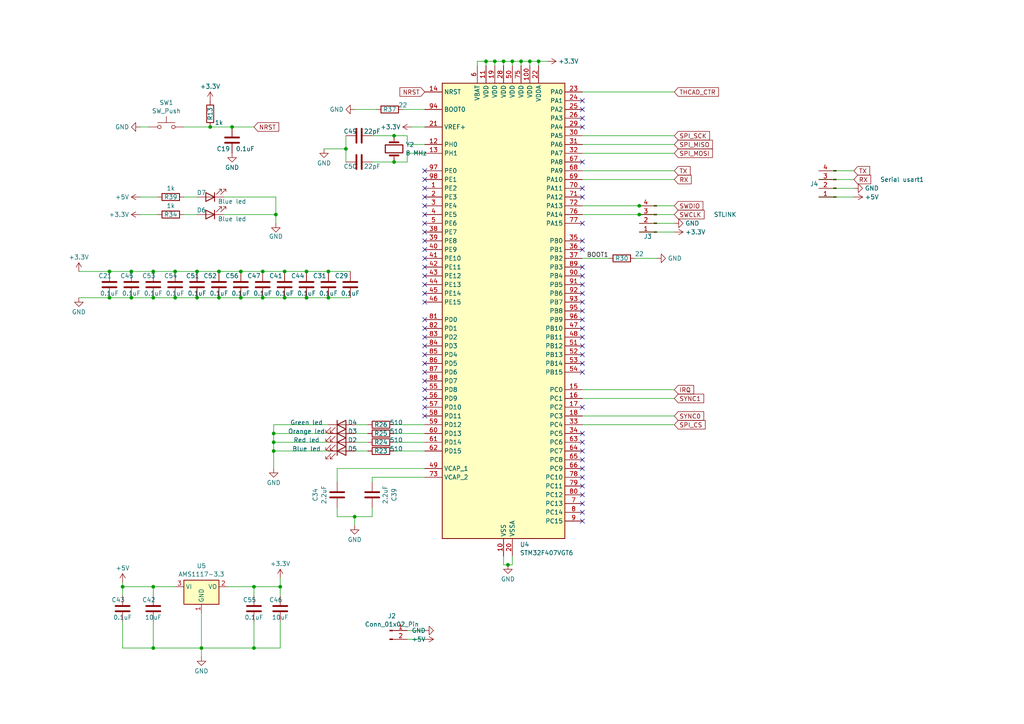
<source format=kicad_sch>
(kicad_sch (version 20231120) (generator "eeschema") (generator_version "8.0")
  (paper "A4")
  (title_block (title "THCAD reader"))
  (lib_symbols
    (symbol "Connector:Conn_01x02_Pin" (pin_names (offset 1.016) hide)
      (property "Reference" "J" (at 0 2.54 0))
      (property "Value" "Conn_01x02_Pin" (at 0 -5.08 0))
      (symbol "Conn_01x02_Pin_1_1"
        (polyline (pts (xy 1.27 -2.54) (xy 0.8636 -2.54)) (stroke (width 0.1524)))
        (polyline (pts (xy 1.27 0) (xy 0.8636 0)) (stroke (width 0.1524)))
        (rectangle (start 0.8636 -2.413) (end 0 -2.667) (stroke (width 0.1524)) (fill (type outline)))
        (rectangle (start 0.8636 0.127) (end 0 -0.127) (stroke (width 0.1524)) (fill (type outline)))
        (pin passive line (at 5.08 0 180) (length 3.81) (name "Pin_1") (number "1"))
        (pin passive line (at 5.08 -2.54 180) (length 3.81) (name "Pin_2") (number "2"))
      )
    )
    (symbol "Connector:Conn_01x04_Pin" (pin_names (offset 1.016) hide)
      (property "Reference" "J" (at 0 5.08 0))
      (property "Value" "Conn_01x04_Pin" (at 0 -7.62 0))
      (symbol "Conn_01x04_Pin_1_1"
        (polyline (pts (xy 1.27 -5.08) (xy 0.8636 -5.08)) (stroke (width 0.1524)))
        (polyline (pts (xy 1.27 -2.54) (xy 0.8636 -2.54)) (stroke (width 0.1524)))
        (polyline (pts (xy 1.27 0) (xy 0.8636 0)) (stroke (width 0.1524)))
        (polyline (pts (xy 1.27 2.54) (xy 0.8636 2.54)) (stroke (width 0.1524)))
        (rectangle (start 0.8636 -4.953) (end 0 -5.207) (stroke (width 0.1524)) (fill (type outline)))
        (rectangle (start 0.8636 -2.413) (end 0 -2.667) (stroke (width 0.1524)) (fill (type outline)))
        (rectangle (start 0.8636 0.127) (end 0 -0.127) (stroke (width 0.1524)) (fill (type outline)))
        (rectangle (start 0.8636 2.667) (end 0 2.413) (stroke (width 0.1524)) (fill (type outline)))
        (pin passive line (at 5.08 2.54 180) (length 3.81) (name "Pin_1") (number "1"))
        (pin passive line (at 5.08 0 180) (length 3.81) (name "Pin_2") (number "2"))
        (pin passive line (at 5.08 -2.54 180) (length 3.81) (name "Pin_3") (number "3"))
        (pin passive line (at 5.08 -5.08 180) (length 3.81) (name "Pin_4") (number "4"))
      )
    )
    (symbol "Device:C" (pin_numbers hide) (pin_names (offset 0.254))
      (property "Reference" "C" (at 0.635 2.54 0))
      (property "Value" "C" (at 0.635 -2.54 0))
      (symbol "C_0_1"
        (polyline (pts (xy -2.032 -0.762) (xy 2.032 -0.762)) (stroke (width 0.508)))
        (polyline (pts (xy -2.032 0.762) (xy 2.032 0.762)) (stroke (width 0.508)))
      )
      (symbol "C_1_1"
        (pin passive line (at 0 3.81 270) (length 2.794) (name "~") (number "1"))
        (pin passive line (at 0 -3.81 90) (length 2.794) (name "~") (number "2"))
      )
    )
    (symbol "Device:Crystal" (pin_numbers hide) (pin_names (offset 1.016) hide)
      (property "Reference" "Y" (at 0 3.81 0))
      (property "Value" "Crystal" (at 0 -3.81 0))
      (symbol "Crystal_0_1"
        (rectangle (start -1.143 2.54) (end 1.143 -2.54) (stroke (width 0.3048)))
        (polyline (pts (xy -2.54 0) (xy -1.905 0)))
        (polyline (pts (xy -1.905 -1.27) (xy -1.905 1.27)) (stroke (width 0.508)))
        (polyline (pts (xy 1.905 -1.27) (xy 1.905 1.27)) (stroke (width 0.508)))
        (polyline (pts (xy 2.54 0) (xy 1.905 0)))
      )
      (symbol "Crystal_1_1"
        (pin passive line (at -3.81 0 0) (length 1.27) (name "1") (number "1"))
        (pin passive line (at 3.81 0 180) (length 1.27) (name "2") (number "2"))
      )
    )
    (symbol "Device:LED" (pin_numbers hide) (pin_names (offset 1.016) hide)
      (property "Reference" "D" (at 0 2.54 0))
      (property "Value" "LED" (at 0 -2.54 0))
      (symbol "LED_0_1"
        (polyline (pts (xy -1.27 -1.27) (xy -1.27 1.27)) (stroke (width 0.254)))
        (polyline (pts (xy -1.27 0) (xy 1.27 0)))
        (polyline (pts (xy 1.27 -1.27) (xy 1.27 1.27) (xy -1.27 0) (xy 1.27 -1.27)) (stroke (width 0.254)))
        (polyline (pts (xy -3.048 -0.762) (xy -4.572 -2.286) (xy -3.81 -2.286) (xy -4.572 -2.286) (xy -4.572 -1.524)))
        (polyline (pts (xy -1.778 -0.762) (xy -3.302 -2.286) (xy -2.54 -2.286) (xy -3.302 -2.286) (xy -3.302 -1.524)))
      )
      (symbol "LED_1_1"
        (pin passive line (at -3.81 0 0) (length 2.54) (name "K") (number "1"))
        (pin passive line (at 3.81 0 180) (length 2.54) (name "A") (number "2"))
      )
    )
    (symbol "Device:R" (pin_numbers hide) (pin_names (offset 0))
      (property "Reference" "R" (at 2.032 0 90))
      (property "Value" "R" (at 0 0 90))
      (symbol "R_0_1"
        (rectangle (start -1.016 -2.54) (end 1.016 2.54) (stroke (width 0.254)))
      )
      (symbol "R_1_1"
        (pin passive line (at 0 3.81 270) (length 1.27) (name "~") (number "1"))
        (pin passive line (at 0 -3.81 90) (length 1.27) (name "~") (number "2"))
      )
    )
    (symbol "MCU_ST_STM32F4:STM32F407VGTx"
      (property "Reference" "U" (at -17.78 67.31 0))
      (property "Value" "STM32F407VGTx" (at 12.7 67.31 0))
      (symbol "STM32F407VGTx_0_1"
        (rectangle (start -17.78 -66.04) (end 17.78 66.04) (stroke (width 0.254)) (fill (type background)))
      )
      (symbol "STM32F407VGTx_1_1"
        (pin bidirectional line (at -22.86 35.56 0) (length 5.08) (name "PE2") (number "1"))
        (pin power_in line (at 0 -71.12 90) (length 5.08) (name "VSS") (number "10"))
        (pin power_in line (at 7.62 71.12 270) (length 5.08) (name "VDD") (number "100"))
        (pin power_in line (at -5.08 71.12 270) (length 5.08) (name "VDD") (number "11"))
        (pin bidirectional line (at -22.86 48.26 0) (length 5.08) (name "PH0") (number "12"))
        (pin bidirectional line (at -22.86 45.72 0) (length 5.08) (name "PH1") (number "13"))
        (pin input line (at -22.86 63.5 0) (length 5.08) (name "NRST") (number "14"))
        (pin bidirectional line (at 22.86 -22.86 180) (length 5.08) (name "PC0") (number "15"))
        (pin bidirectional line (at 22.86 -25.4 180) (length 5.08) (name "PC1") (number "16"))
        (pin bidirectional line (at 22.86 -27.94 180) (length 5.08) (name "PC2") (number "17"))
        (pin bidirectional line (at 22.86 -30.48 180) (length 5.08) (name "PC3") (number "18"))
        (pin power_in line (at -2.54 71.12 270) (length 5.08) (name "VDD") (number "19"))
        (pin bidirectional line (at -22.86 33.02 0) (length 5.08) (name "PE3") (number "2"))
        (pin power_in line (at 2.54 -71.12 90) (length 5.08) (name "VSSA") (number "20"))
        (pin input line (at -22.86 53.34 0) (length 5.08) (name "VREF+") (number "21"))
        (pin power_in line (at 10.16 71.12 270) (length 5.08) (name "VDDA") (number "22"))
        (pin bidirectional line (at 22.86 63.5 180) (length 5.08) (name "PA0") (number "23"))
        (pin bidirectional line (at 22.86 60.96 180) (length 5.08) (name "PA1") (number "24"))
        (pin bidirectional line (at 22.86 58.42 180) (length 5.08) (name "PA2") (number "25"))
        (pin bidirectional line (at 22.86 55.88 180) (length 5.08) (name "PA3") (number "26"))
        (pin passive line (at 0 -71.12 90) (length 5.08) hide (name "VSS") (number "27"))
        (pin power_in line (at 0 71.12 270) (length 5.08) (name "VDD") (number "28"))
        (pin bidirectional line (at 22.86 53.34 180) (length 5.08) (name "PA4") (number "29"))
        (pin bidirectional line (at -22.86 30.48 0) (length 5.08) (name "PE4") (number "3"))
        (pin bidirectional line (at 22.86 50.8 180) (length 5.08) (name "PA5") (number "30"))
        (pin bidirectional line (at 22.86 48.26 180) (length 5.08) (name "PA6") (number "31"))
        (pin bidirectional line (at 22.86 45.72 180) (length 5.08) (name "PA7") (number "32"))
        (pin bidirectional line (at 22.86 -33.02 180) (length 5.08) (name "PC4") (number "33"))
        (pin bidirectional line (at 22.86 -35.56 180) (length 5.08) (name "PC5") (number "34"))
        (pin bidirectional line (at 22.86 20.32 180) (length 5.08) (name "PB0") (number "35"))
        (pin bidirectional line (at 22.86 17.78 180) (length 5.08) (name "PB1") (number "36"))
        (pin bidirectional line (at 22.86 15.24 180) (length 5.08) (name "PB2") (number "37"))
        (pin bidirectional line (at -22.86 22.86 0) (length 5.08) (name "PE7") (number "38"))
        (pin bidirectional line (at -22.86 20.32 0) (length 5.08) (name "PE8") (number "39"))
        (pin bidirectional line (at -22.86 27.94 0) (length 5.08) (name "PE5") (number "4"))
        (pin bidirectional line (at -22.86 17.78 0) (length 5.08) (name "PE9") (number "40"))
        (pin bidirectional line (at -22.86 15.24 0) (length 5.08) (name "PE10") (number "41"))
        (pin bidirectional line (at -22.86 12.7 0) (length 5.08) (name "PE11") (number "42"))
        (pin bidirectional line (at -22.86 10.16 0) (length 5.08) (name "PE12") (number "43"))
        (pin bidirectional line (at -22.86 7.62 0) (length 5.08) (name "PE13") (number "44"))
        (pin bidirectional line (at -22.86 5.08 0) (length 5.08) (name "PE14") (number "45"))
        (pin bidirectional line (at -22.86 2.54 0) (length 5.08) (name "PE15") (number "46"))
        (pin bidirectional line (at 22.86 -5.08 180) (length 5.08) (name "PB10") (number "47"))
        (pin bidirectional line (at 22.86 -7.62 180) (length 5.08) (name "PB11") (number "48"))
        (pin power_out line (at -22.86 -45.72 0) (length 5.08) (name "VCAP_1") (number "49"))
        (pin bidirectional line (at -22.86 25.4 0) (length 5.08) (name "PE6") (number "5"))
        (pin power_in line (at 2.54 71.12 270) (length 5.08) (name "VDD") (number "50"))
        (pin bidirectional line (at 22.86 -10.16 180) (length 5.08) (name "PB12") (number "51"))
        (pin bidirectional line (at 22.86 -12.7 180) (length 5.08) (name "PB13") (number "52"))
        (pin bidirectional line (at 22.86 -15.24 180) (length 5.08) (name "PB14") (number "53"))
        (pin bidirectional line (at 22.86 -17.78 180) (length 5.08) (name "PB15") (number "54"))
        (pin bidirectional line (at -22.86 -22.86 0) (length 5.08) (name "PD8") (number "55"))
        (pin bidirectional line (at -22.86 -25.4 0) (length 5.08) (name "PD9") (number "56"))
        (pin bidirectional line (at -22.86 -27.94 0) (length 5.08) (name "PD10") (number "57"))
        (pin bidirectional line (at -22.86 -30.48 0) (length 5.08) (name "PD11") (number "58"))
        (pin bidirectional line (at -22.86 -33.02 0) (length 5.08) (name "PD12") (number "59"))
        (pin power_in line (at -7.62 71.12 270) (length 5.08) (name "VBAT") (number "6"))
        (pin bidirectional line (at -22.86 -35.56 0) (length 5.08) (name "PD13") (number "60"))
        (pin bidirectional line (at -22.86 -38.1 0) (length 5.08) (name "PD14") (number "61"))
        (pin bidirectional line (at -22.86 -40.64 0) (length 5.08) (name "PD15") (number "62"))
        (pin bidirectional line (at 22.86 -38.1 180) (length 5.08) (name "PC6") (number "63"))
        (pin bidirectional line (at 22.86 -40.64 180) (length 5.08) (name "PC7") (number "64"))
        (pin bidirectional line (at 22.86 -43.18 180) (length 5.08) (name "PC8") (number "65"))
        (pin bidirectional line (at 22.86 -45.72 180) (length 5.08) (name "PC9") (number "66"))
        (pin bidirectional line (at 22.86 43.18 180) (length 5.08) (name "PA8") (number "67"))
        (pin bidirectional line (at 22.86 40.64 180) (length 5.08) (name "PA9") (number "68"))
        (pin bidirectional line (at 22.86 38.1 180) (length 5.08) (name "PA10") (number "69"))
        (pin bidirectional line (at 22.86 -55.88 180) (length 5.08) (name "PC13") (number "7"))
        (pin bidirectional line (at 22.86 35.56 180) (length 5.08) (name "PA11") (number "70"))
        (pin bidirectional line (at 22.86 33.02 180) (length 5.08) (name "PA12") (number "71"))
        (pin bidirectional line (at 22.86 30.48 180) (length 5.08) (name "PA13") (number "72"))
        (pin power_out line (at -22.86 -48.26 0) (length 5.08) (name "VCAP_2") (number "73"))
        (pin passive line (at 0 -71.12 90) (length 5.08) hide (name "VSS") (number "74"))
        (pin power_in line (at 5.08 71.12 270) (length 5.08) (name "VDD") (number "75"))
        (pin bidirectional line (at 22.86 27.94 180) (length 5.08) (name "PA14") (number "76"))
        (pin bidirectional line (at 22.86 25.4 180) (length 5.08) (name "PA15") (number "77"))
        (pin bidirectional line (at 22.86 -48.26 180) (length 5.08) (name "PC10") (number "78"))
        (pin bidirectional line (at 22.86 -50.8 180) (length 5.08) (name "PC11") (number "79"))
        (pin bidirectional line (at 22.86 -58.42 180) (length 5.08) (name "PC14") (number "8"))
        (pin bidirectional line (at 22.86 -53.34 180) (length 5.08) (name "PC12") (number "80"))
        (pin bidirectional line (at -22.86 -2.54 0) (length 5.08) (name "PD0") (number "81"))
        (pin bidirectional line (at -22.86 -5.08 0) (length 5.08) (name "PD1") (number "82"))
        (pin bidirectional line (at -22.86 -7.62 0) (length 5.08) (name "PD2") (number "83"))
        (pin bidirectional line (at -22.86 -10.16 0) (length 5.08) (name "PD3") (number "84"))
        (pin bidirectional line (at -22.86 -12.7 0) (length 5.08) (name "PD4") (number "85"))
        (pin bidirectional line (at -22.86 -15.24 0) (length 5.08) (name "PD5") (number "86"))
        (pin bidirectional line (at -22.86 -17.78 0) (length 5.08) (name "PD6") (number "87"))
        (pin bidirectional line (at -22.86 -20.32 0) (length 5.08) (name "PD7") (number "88"))
        (pin bidirectional line (at 22.86 12.7 180) (length 5.08) (name "PB3") (number "89"))
        (pin bidirectional line (at 22.86 -60.96 180) (length 5.08) (name "PC15") (number "9"))
        (pin bidirectional line (at 22.86 10.16 180) (length 5.08) (name "PB4") (number "90"))
        (pin bidirectional line (at 22.86 7.62 180) (length 5.08) (name "PB5") (number "91"))
        (pin bidirectional line (at 22.86 5.08 180) (length 5.08) (name "PB6") (number "92"))
        (pin bidirectional line (at 22.86 2.54 180) (length 5.08) (name "PB7") (number "93"))
        (pin input line (at -22.86 58.42 0) (length 5.08) (name "BOOT0") (number "94"))
        (pin bidirectional line (at 22.86 0 180) (length 5.08) (name "PB8") (number "95"))
        (pin bidirectional line (at 22.86 -2.54 180) (length 5.08) (name "PB9") (number "96"))
        (pin bidirectional line (at -22.86 40.64 0) (length 5.08) (name "PE0") (number "97"))
        (pin bidirectional line (at -22.86 38.1 0) (length 5.08) (name "PE1") (number "98"))
        (pin passive line (at 0 -71.12 90) (length 5.08) hide (name "VSS") (number "99"))
      )
    )
    (symbol "Regulator_Linear:AMS1117-3.3"
      (property "Reference" "U" (at -3.81 3.175 0))
      (property "Value" "AMS1117-3.3" (at 0 3.175 0))
      (symbol "AMS1117-3.3_0_1"
        (rectangle (start -5.08 -5.08) (end 5.08 1.905) (stroke (width 0.254)) (fill (type background)))
      )
      (symbol "AMS1117-3.3_1_1"
        (pin power_in line (at 0 -7.62 90) (length 2.54) (name "GND") (number "1"))
        (pin power_out line (at 7.62 0 180) (length 2.54) (name "VO") (number "2"))
        (pin power_in line (at -7.62 0 0) (length 2.54) (name "VI") (number "3"))
      )
    )
    (symbol "Switch:SW_Push" (pin_numbers hide) (pin_names (offset 1.016) hide)
      (property "Reference" "SW" (at 1.27 2.54 0))
      (property "Value" "SW_Push" (at 0 -1.524 0))
      (symbol "SW_Push_0_1"
        (circle (center -2.032 0) (radius 0.508))
        (polyline (pts (xy 0 1.27) (xy 0 3.048)))
        (polyline (pts (xy 2.54 1.27) (xy -2.54 1.27)))
        (circle (center 2.032 0) (radius 0.508))
        (pin passive line (at -5.08 0 0) (length 2.54) (name "1") (number "1"))
        (pin passive line (at 5.08 0 180) (length 2.54) (name "2") (number "2"))
      )
    )
    (symbol "power:+3.3V" (power) (pin_names (offset 0))
      (property "Value" "+3.3V" (at 0 3.556 0))
      (symbol "+3.3V_0_1"
        (polyline (pts (xy -0.762 1.27) (xy 0 2.54)))
        (polyline (pts (xy 0 0) (xy 0 2.54)))
        (polyline (pts (xy 0 2.54) (xy 0.762 1.27)))
      )
      (symbol "+3.3V_1_1"
        (pin power_in line (at 0 0 90) (length 0) hide (name "+3.3V") (number "1"))
      )
    )
    (symbol "power:+5V" (power) (pin_names (offset 0))
      (property "Value" "+5V" (at 0 3.556 0))
      (symbol "+5V_0_1"
        (polyline (pts (xy -0.762 1.27) (xy 0 2.54)))
        (polyline (pts (xy 0 0) (xy 0 2.54)))
        (polyline (pts (xy 0 2.54) (xy 0.762 1.27)))
      )
      (symbol "+5V_1_1"
        (pin power_in line (at 0 0 90) (length 0) hide (name "+5V") (number "1"))
      )
    )
    (symbol "power:GND" (power) (pin_names (offset 0))
      (property "Value" "GND" (at 0 -3.81 0))
      (symbol "GND_0_1"
        (polyline (pts (xy 0 0) (xy 0 -1.27) (xy 1.27 -1.27) (xy 0 -2.54) (xy -1.27 -1.27) (xy 0 -1.27)))
      )
      (symbol "GND_1_1"
        (pin power_in line (at 0 0 270) (length 0) hide (name "GND") (number "1"))
      )
    )
  )
  (junction (at 44.45 187.96))
  (junction (at 102.87 149.86))
  (junction (at 63.5 86.36))
  (junction (at 69.85 86.36))
  (junction (at 44.45 78.74))
  (junction (at 31.75 78.74))
  (junction (at 148.59 17.78))
  (junction (at 143.51 17.78))
  (junction (at 57.15 86.36))
  (junction (at 82.55 86.36))
  (junction (at 100.33 43.18))
  (junction (at 38.1 78.74))
  (junction (at 185.42 59.69))
  (junction (at 95.25 86.36))
  (junction (at 67.31 36.83))
  (junction (at 76.2 86.36))
  (junction (at 80.01 62.23))
  (junction (at 88.9 78.74))
  (junction (at 79.375 130.81))
  (junction (at 63.5 78.74))
  (junction (at 50.8 78.74))
  (junction (at 82.55 78.74))
  (junction (at 140.97 17.78))
  (junction (at 151.13 17.78))
  (junction (at 95.25 78.74))
  (junction (at 81.28 170.18))
  (junction (at 73.66 187.96))
  (junction (at 31.75 86.36))
  (junction (at 38.1 86.36))
  (junction (at 146.05 17.78))
  (junction (at 79.375 125.73))
  (junction (at 57.15 78.74))
  (junction (at 73.66 170.18))
  (junction (at 114.3 46.99))
  (junction (at 153.67 17.78))
  (junction (at 50.8 86.36))
  (junction (at 114.3 39.37))
  (junction (at 60.96 36.83))
  (junction (at 88.9 86.36))
  (junction (at 44.45 170.18))
  (junction (at 147.32 163.83))
  (junction (at 35.56 170.18))
  (junction (at 185.42 62.23))
  (junction (at 156.21 17.78))
  (junction (at 44.45 86.36))
  (junction (at 76.2 78.74))
  (junction (at 58.42 187.96))
  (junction (at 79.375 128.27))
  (junction (at 69.85 78.74))
  (no_connect (at 168.91 90.17))
  (no_connect (at 123.19 80.01))
  (no_connect (at 123.19 62.23))
  (no_connect (at 168.91 102.87))
  (no_connect (at 168.91 82.55))
  (no_connect (at 168.91 77.47))
  (no_connect (at 168.91 105.41))
  (no_connect (at 168.91 100.33))
  (no_connect (at 168.91 118.11))
  (no_connect (at 123.19 107.95))
  (no_connect (at 168.91 85.09))
  (no_connect (at 123.19 115.57))
  (no_connect (at 123.19 49.53))
  (no_connect (at 168.91 29.21))
  (no_connect (at 168.91 130.81))
  (no_connect (at 123.19 64.77))
  (no_connect (at 168.91 125.73))
  (no_connect (at 123.19 72.39))
  (no_connect (at 123.19 120.65))
  (no_connect (at 123.19 118.11))
  (no_connect (at 123.19 67.31))
  (no_connect (at 168.91 146.05))
  (no_connect (at 123.19 100.33))
  (no_connect (at 123.19 59.69))
  (no_connect (at 168.91 135.89))
  (no_connect (at 168.91 36.83))
  (no_connect (at 123.19 69.85))
  (no_connect (at 168.91 64.77))
  (no_connect (at 168.91 95.25))
  (no_connect (at 168.91 72.39))
  (no_connect (at 168.91 57.15))
  (no_connect (at 168.91 31.75))
  (no_connect (at 123.19 85.09))
  (no_connect (at 123.19 87.63))
  (no_connect (at 123.19 113.03))
  (no_connect (at 168.91 140.97))
  (no_connect (at 123.19 95.25))
  (no_connect (at 168.91 46.99))
  (no_connect (at 123.19 102.87))
  (no_connect (at 168.91 107.95))
  (no_connect (at 168.91 151.13))
  (no_connect (at 168.91 97.79))
  (no_connect (at 123.19 74.93))
  (no_connect (at 123.19 97.79))
  (no_connect (at 168.91 34.29))
  (no_connect (at 123.19 110.49))
  (no_connect (at 123.19 52.07))
  (no_connect (at 168.91 87.63))
  (no_connect (at 123.19 92.71))
  (no_connect (at 168.91 138.43))
  (no_connect (at 168.91 80.01))
  (no_connect (at 168.91 148.59))
  (no_connect (at 168.91 92.71))
  (no_connect (at 123.19 57.15))
  (no_connect (at 168.91 54.61))
  (no_connect (at 168.91 143.51))
  (no_connect (at 168.91 69.85))
  (no_connect (at 123.19 77.47))
  (no_connect (at 123.19 105.41))
  (no_connect (at 123.19 82.55))
  (no_connect (at 123.19 54.61))
  (no_connect (at 168.91 133.35))
  (no_connect (at 168.91 128.27))
  (wire (pts (xy 106.68 125.73) (xy 102.87 125.73)))
  (wire (pts (xy 118.11 46.99) (xy 114.3 46.99)))
  (wire (pts (xy 97.79 149.86) (xy 102.87 149.86)))
  (wire (pts (xy 106.68 123.19) (xy 102.87 123.19)))
  (wire (pts (xy 148.59 19.05) (xy 148.59 17.78)))
  (wire (pts (xy 58.42 187.96) (xy 58.42 177.8)))
  (wire (pts (xy 118.11 44.45) (xy 118.11 46.99)))
  (wire (pts (xy 44.45 170.18) (xy 35.56 170.18)))
  (wire (pts (xy 38.1 86.36) (xy 44.45 86.36)))
  (wire (pts (xy 168.91 59.69) (xy 185.42 59.69)))
  (wire (pts (xy 168.91 62.23) (xy 185.42 62.23)))
  (wire (pts (xy 95.25 125.73) (xy 79.375 125.73)))
  (wire (pts (xy 35.56 170.18) (xy 35.56 172.72)))
  (wire (pts (xy 168.91 41.91) (xy 195.58 41.91)))
  (wire (pts (xy 106.68 130.81) (xy 102.87 130.81)))
  (wire (pts (xy 140.97 19.05) (xy 140.97 17.78)))
  (wire (pts (xy 73.66 170.18) (xy 73.66 172.72)))
  (wire (pts (xy 95.25 123.19) (xy 79.375 123.19)))
  (wire (pts (xy 38.1 78.74) (xy 44.45 78.74)))
  (wire (pts (xy 123.19 125.73) (xy 114.3 125.73)))
  (wire (pts (xy 146.05 163.83) (xy 146.05 161.29)))
  (wire (pts (xy 184.15 74.93) (xy 190.5 74.93)))
  (wire (pts (xy 57.15 78.74) (xy 63.5 78.74)))
  (wire (pts (xy 195.58 52.07) (xy 168.91 52.07)))
  (wire (pts (xy 185.42 64.77) (xy 195.58 64.77)))
  (wire (pts (xy 107.95 138.43) (xy 123.19 138.43)))
  (wire (pts (xy 82.55 86.36) (xy 88.9 86.36)))
  (wire (pts (xy 53.34 36.83) (xy 60.96 36.83)))
  (wire (pts (xy 195.58 120.65) (xy 168.91 120.65)))
  (wire (pts (xy 22.86 78.74) (xy 31.75 78.74)))
  (wire (pts (xy 107.95 46.99) (xy 114.3 46.99)))
  (wire (pts (xy 80.01 57.15) (xy 80.01 62.23)))
  (wire (pts (xy 123.19 182.88) (xy 118.11 182.88)))
  (wire (pts (xy 76.2 86.36) (xy 82.55 86.36)))
  (wire (pts (xy 44.45 187.96) (xy 58.42 187.96)))
  (wire (pts (xy 168.91 26.67) (xy 195.58 26.67)))
  (wire (pts (xy 153.67 17.78) (xy 151.13 17.78)))
  (wire (pts (xy 64.77 57.15) (xy 80.01 57.15)))
  (wire (pts (xy 93.98 43.18) (xy 100.33 43.18)))
  (wire (pts (xy 168.91 74.93) (xy 176.53 74.93)))
  (wire (pts (xy 237.49 52.07) (xy 247.65 52.07)))
  (wire (pts (xy 237.49 49.53) (xy 247.65 49.53)))
  (wire (pts (xy 31.75 86.36) (xy 38.1 86.36)))
  (wire (pts (xy 73.66 187.96) (xy 81.28 187.96)))
  (wire (pts (xy 64.77 62.23) (xy 80.01 62.23)))
  (wire (pts (xy 97.79 147.32) (xy 97.79 149.86)))
  (wire (pts (xy 67.31 36.83) (xy 73.66 36.83)))
  (wire (pts (xy 118.11 41.91) (xy 123.19 41.91)))
  (wire (pts (xy 66.04 170.18) (xy 73.66 170.18)))
  (wire (pts (xy 88.9 86.36) (xy 95.25 86.36)))
  (wire (pts (xy 123.19 36.83) (xy 119.38 36.83)))
  (wire (pts (xy 35.56 187.96) (xy 44.45 187.96)))
  (wire (pts (xy 195.58 115.57) (xy 168.91 115.57)))
  (wire (pts (xy 69.85 78.74) (xy 76.2 78.74)))
  (wire (pts (xy 109.22 31.75) (xy 102.87 31.75)))
  (wire (pts (xy 58.42 187.96) (xy 73.66 187.96)))
  (wire (pts (xy 79.375 125.73) (xy 79.375 128.27)))
  (wire (pts (xy 123.19 185.42) (xy 118.11 185.42)))
  (wire (pts (xy 195.58 49.53) (xy 168.91 49.53)))
  (wire (pts (xy 151.13 19.05) (xy 151.13 17.78)))
  (wire (pts (xy 168.91 44.45) (xy 195.58 44.45)))
  (wire (pts (xy 168.91 39.37) (xy 195.58 39.37)))
  (wire (pts (xy 237.49 57.15) (xy 247.65 57.15)))
  (wire (pts (xy 156.21 19.05) (xy 156.21 17.78)))
  (wire (pts (xy 95.25 130.81) (xy 79.375 130.81)))
  (wire (pts (xy 106.68 128.27) (xy 102.87 128.27)))
  (wire (pts (xy 40.64 62.23) (xy 45.72 62.23)))
  (wire (pts (xy 22.86 86.36) (xy 31.75 86.36)))
  (wire (pts (xy 140.97 17.78) (xy 143.51 17.78)))
  (wire (pts (xy 50.8 86.36) (xy 57.15 86.36)))
  (wire (pts (xy 100.33 43.18) (xy 100.33 46.99)))
  (wire (pts (xy 57.15 86.36) (xy 63.5 86.36)))
  (wire (pts (xy 35.56 170.18) (xy 35.56 168.91)))
  (wire (pts (xy 95.25 128.27) (xy 79.375 128.27)))
  (wire (pts (xy 148.59 17.78) (xy 146.05 17.78)))
  (wire (pts (xy 76.2 78.74) (xy 82.55 78.74)))
  (wire (pts (xy 79.375 123.19) (xy 79.375 125.73)))
  (wire (pts (xy 43.18 36.83) (xy 40.64 36.83)))
  (wire (pts (xy 50.8 170.18) (xy 44.45 170.18)))
  (wire (pts (xy 31.75 78.74) (xy 38.1 78.74)))
  (wire (pts (xy 146.05 163.83) (xy 147.32 163.83)))
  (wire (pts (xy 100.33 39.37) (xy 100.33 43.18)))
  (wire (pts (xy 123.19 135.89) (xy 97.79 135.89)))
  (wire (pts (xy 81.28 170.18) (xy 81.28 172.72)))
  (wire (pts (xy 195.58 67.31) (xy 185.42 67.31)))
  (wire (pts (xy 143.51 17.78) (xy 143.51 19.05)))
  (wire (pts (xy 118.11 39.37) (xy 118.11 41.91)))
  (wire (pts (xy 81.28 187.96) (xy 81.28 180.34)))
  (wire (pts (xy 81.28 167.64) (xy 81.28 170.18)))
  (wire (pts (xy 40.64 57.15) (xy 45.72 57.15)))
  (wire (pts (xy 123.19 44.45) (xy 118.11 44.45)))
  (wire (pts (xy 88.9 78.74) (xy 95.25 78.74)))
  (wire (pts (xy 107.95 39.37) (xy 114.3 39.37)))
  (wire (pts (xy 63.5 86.36) (xy 69.85 86.36)))
  (wire (pts (xy 35.56 180.34) (xy 35.56 187.96)))
  (wire (pts (xy 116.84 31.75) (xy 123.19 31.75)))
  (wire (pts (xy 102.87 149.86) (xy 102.87 152.4)))
  (wire (pts (xy 73.66 170.18) (xy 81.28 170.18)))
  (wire (pts (xy 53.34 62.23) (xy 57.15 62.23)))
  (wire (pts (xy 95.25 86.36) (xy 101.6 86.36)))
  (wire (pts (xy 95.25 78.74) (xy 101.6 78.74)))
  (wire (pts (xy 151.13 17.78) (xy 148.59 17.78)))
  (wire (pts (xy 156.21 17.78) (xy 158.75 17.78)))
  (wire (pts (xy 60.96 36.83) (xy 67.31 36.83)))
  (wire (pts (xy 146.05 19.05) (xy 146.05 17.78)))
  (wire (pts (xy 44.45 180.34) (xy 44.45 187.96)))
  (wire (pts (xy 97.79 135.89) (xy 97.79 139.7)))
  (wire (pts (xy 58.42 187.96) (xy 58.42 190.5)))
  (wire (pts (xy 147.32 163.83) (xy 148.59 163.83)))
  (wire (pts (xy 153.67 19.05) (xy 153.67 17.78)))
  (wire (pts (xy 82.55 78.74) (xy 88.9 78.74)))
  (wire (pts (xy 123.19 128.27) (xy 114.3 128.27)))
  (wire (pts (xy 138.43 19.05) (xy 138.43 17.78)))
  (wire (pts (xy 185.42 59.69) (xy 195.58 59.69)))
  (wire (pts (xy 195.58 113.03) (xy 168.91 113.03)))
  (wire (pts (xy 79.375 128.27) (xy 79.375 130.81)))
  (wire (pts (xy 237.49 54.61) (xy 247.65 54.61)))
  (wire (pts (xy 79.375 130.81) (xy 79.375 135.89)))
  (wire (pts (xy 63.5 78.74) (xy 69.85 78.74)))
  (wire (pts (xy 146.05 17.78) (xy 143.51 17.78)))
  (wire (pts (xy 69.85 86.36) (xy 76.2 86.36)))
  (wire (pts (xy 73.66 180.34) (xy 73.66 187.96)))
  (wire (pts (xy 44.45 86.36) (xy 50.8 86.36)))
  (wire (pts (xy 50.8 78.74) (xy 57.15 78.74)))
  (wire (pts (xy 107.95 147.32) (xy 107.95 149.86)))
  (wire (pts (xy 123.19 130.81) (xy 114.3 130.81)))
  (wire (pts (xy 80.01 62.23) (xy 80.01 64.77)))
  (wire (pts (xy 44.45 78.74) (xy 50.8 78.74)))
  (wire (pts (xy 138.43 17.78) (xy 140.97 17.78)))
  (wire (pts (xy 102.87 149.86) (xy 107.95 149.86)))
  (wire (pts (xy 44.45 170.18) (xy 44.45 172.72)))
  (wire (pts (xy 107.95 139.7) (xy 107.95 138.43)))
  (wire (pts (xy 123.19 123.19) (xy 114.3 123.19)))
  (wire (pts (xy 114.3 39.37) (xy 118.11 39.37)))
  (wire (pts (xy 53.34 57.15) (xy 57.15 57.15)))
  (wire (pts (xy 168.91 123.19) (xy 195.58 123.19)))
  (wire (pts (xy 148.59 161.29) (xy 148.59 163.83)))
  (wire (pts (xy 185.42 62.23) (xy 195.58 62.23)))
  (wire (pts (xy 153.67 17.78) (xy 156.21 17.78)))
  (label "BOOT1" (at 170.18 74.93 0))
  (global_label "SYNC0" (shape input) (at 195.58 120.65 0) (property "Intersheetrefs" "${INTERSHEET_REFS}" (effects (hide yes))))
  (global_label "SWDIO" (shape input) (at 195.58 59.69 0) (property "Intersheetrefs" "${INTERSHEET_REFS}" (effects (hide yes))))
  (global_label "TX" (shape input) (at 195.58 49.53 0) (property "Intersheetrefs" "${INTERSHEET_REFS}" (effects (hide yes))))
  (global_label "TX" (shape input) (at 247.65 49.53 0) (property "Intersheetrefs" "${INTERSHEET_REFS}" (effects (hide yes))))
  (global_label "IRQ" (shape input) (at 195.58 113.03 0) (property "Intersheetrefs" "${INTERSHEET_REFS}" (effects (hide yes))))
  (global_label "SPI_MISO" (shape input) (at 195.58 41.91 0) (property "Intersheetrefs" "${INTERSHEET_REFS}" (effects (hide yes))))
  (global_label "SYNC1" (shape input) (at 195.58 115.57 0) (property "Intersheetrefs" "${INTERSHEET_REFS}" (effects (hide yes))))
  (global_label "THCAD_CTR" (shape input) (at 195.58 26.67 0) (property "Intersheetrefs" "${INTERSHEET_REFS}" (effects (hide yes))))
  (global_label "SWCLK" (shape input) (at 195.58 62.23 0) (property "Intersheetrefs" "${INTERSHEET_REFS}" (effects (hide yes))))
  (global_label "RX" (shape input) (at 195.58 52.07 0) (property "Intersheetrefs" "${INTERSHEET_REFS}" (effects (hide yes))))
  (global_label "SPI_SCK" (shape input) (at 195.58 39.37 0) (property "Intersheetrefs" "${INTERSHEET_REFS}" (effects (hide yes))))
  (global_label "NRST" (shape input) (at 123.19 26.67 180) (property "Intersheetrefs" "${INTERSHEET_REFS}" (effects (hide yes))))
  (global_label "RX" (shape input) (at 247.65 52.07 0) (property "Intersheetrefs" "${INTERSHEET_REFS}" (effects (hide yes))))
  (global_label "NRST" (shape input) (at 73.66 36.83 0) (property "Intersheetrefs" "${INTERSHEET_REFS}" (effects (hide yes))))
  (global_label "SPI_CS" (shape input) (at 195.58 123.19 0) (property "Intersheetrefs" "${INTERSHEET_REFS}" (effects (hide yes))))
  (global_label "SPI_MOSI" (shape input) (at 195.58 44.45 0) (property "Intersheetrefs" "${INTERSHEET_REFS}" (effects (hide yes))))
  (symbol (lib_id "power:GND") (at 247.65 54.61 90) (unit 1)
    (property "Reference" "#PWR059" (effects (hide yes)))
    (property "Value" "GND" (at 250.825 54.61 90) (effects (justify right)))
  )
  (symbol (lib_id "Device:C") (at 95.25 82.55 0) (unit 1)
    (property "Reference" "C31" (at 92.71 80.01 0))
    (property "Value" "0.1uF" (at 95.25 85.09 0))
    (property "Footprint" "Capacitor_SMD:C_0805_2012Metric" (effects (hide yes)))
    (property "Description" "Unpolarized capacitor" (effects (hide yes)))
  )
  (symbol (lib_id "Device:R") (at 110.49 125.73 90) (unit 1)
    (property "Reference" "R25" (at 110.49 125.73 90))
    (property "Value" "510" (at 114.935 125.095 90))
    (property "Footprint" "Resistor_SMD:R_0805_2012Metric" (effects (hide yes)))
    (property "Description" "Resistor" (effects (hide yes)))
  )
  (symbol (lib_id "Device:C") (at 101.6 82.55 0) (unit 1)
    (property "Reference" "C29" (at 99.06 80.01 0))
    (property "Value" "0.1uF" (at 101.6 85.09 0))
    (property "Footprint" "Capacitor_SMD:C_0805_2012Metric" (effects (hide yes)))
    (property "Description" "Unpolarized capacitor" (effects (hide yes)))
  )
  (symbol (lib_id "Device:C") (at 88.9 82.55 0) (unit 1)
    (property "Reference" "C44" (at 86.36 80.01 0))
    (property "Value" "0.1uF" (at 88.9 85.09 0))
    (property "Footprint" "Capacitor_SMD:C_0805_2012Metric" (effects (hide yes)))
    (property "Description" "Unpolarized capacitor" (effects (hide yes)))
  )
  (symbol (lib_id "power:GND") (at 123.19 182.88 90) (unit 1)
    (property "Reference" "#PWR052" (effects (hide yes)))
    (property "Value" "GND" (at 119.38 182.88 90) (effects (justify right)))
  )
  (symbol (lib_id "Device:LED") (at 99.06 125.73 0) (unit 1)
    (property "Reference" "D3" (at 102.235 125.095 0))
    (property "Value" "Orange led" (at 88.9 125.095 0))
    (property "Footprint" "LED_SMD:LED_0805_2012Metric" (effects (hide yes)))
    (property "Description" "Light emitting diode" (effects (hide yes)))
  )
  (symbol (lib_id "Device:R") (at 180.34 74.93 270) (unit 1)
    (property "Reference" "R30" (at 180.34 74.93 90))
    (property "Value" "22" (at 185.42 73.66 90))
    (property "Footprint" "Resistor_SMD:R_0805_2012Metric" (effects (hide yes)))
    (property "Description" "Resistor" (effects (hide yes)))
  )
  (symbol (lib_id "MCU_ST_STM32F4:STM32F407VGTx") (at 146.05 90.17 0) (unit 1)
    (property "Reference" "U4" (at 150.7841 157.9301 0) (effects (justify left)))
    (property "Value" "STM32F407VGT6" (at 150.7841 160.3543 0) (effects (justify left)))
    (property "Footprint" "Package_QFP:LQFP-100_14x14mm_P0.5mm" (effects (hide yes)))
    (property "Description" "STMicroelectronics Arm Cortex-M4 MCU, 1024KB flash, 192KB RAM, 168 MHz, 1.8-3.6V, 82 GPIO, LQFP100" (effects (hide yes)))
  )
  (symbol (lib_id "Device:LED") (at 60.96 57.15 180) (unit 1)
    (property "Reference" "D7" (at 58.42 55.88 0))
    (property "Value" "Blue led" (at 67.31 58.42 0))
    (property "Footprint" "LED_SMD:LED_0805_2012Metric" (effects (hide yes)))
    (property "Description" "Light emitting diode" (effects (hide yes)))
  )
  (symbol (lib_id "Device:C") (at 31.75 82.55 0) (unit 1)
    (property "Reference" "C21" (at 30.48 80.01 0))
    (property "Value" "0.1uF" (at 31.75 85.09 0))
    (property "Footprint" "Capacitor_SMD:C_0805_2012Metric" (effects (hide yes)))
    (property "Description" "Unpolarized capacitor" (effects (hide yes)))
  )
  (symbol (lib_id "Switch:SW_Push") (at 48.26 36.83 0) (unit 1)
    (property "Reference" "SW1" (at 48.26 29.7647 0))
    (property "Value" "SW_Push" (at 48.26 32.1889 0))
    (property "Footprint" "Button_Switch_SMD:SW_Push_1P1T_XKB_TS-1187A" (effects (hide yes)))
    (property "Description" "Push button switch, generic, two pins" (effects (hide yes)))
  )
  (symbol (lib_id "Device:C") (at 57.15 82.55 0) (unit 1)
    (property "Reference" "C51" (at 55.88 80.01 0))
    (property "Value" "0.1uF" (at 57.15 85.09 0))
    (property "Footprint" "Capacitor_SMD:C_0805_2012Metric" (effects (hide yes)))
    (property "Description" "Unpolarized capacitor" (effects (hide yes)))
  )
  (symbol (lib_id "Device:R") (at 110.49 128.27 90) (unit 1)
    (property "Reference" "R24" (at 110.49 128.27 90))
    (property "Value" "510" (at 114.935 127.635 90))
    (property "Footprint" "Resistor_SMD:R_0805_2012Metric" (effects (hide yes)))
    (property "Description" "Resistor" (effects (hide yes)))
  )
  (symbol (lib_id "Device:C") (at 44.45 82.55 0) (unit 1)
    (property "Reference" "C53" (at 43.18 80.01 0))
    (property "Value" "0.1uF" (at 44.45 85.09 0))
    (property "Footprint" "Capacitor_SMD:C_0805_2012Metric" (effects (hide yes)))
    (property "Description" "Unpolarized capacitor" (effects (hide yes)))
  )
  (symbol (lib_id "power:GND") (at 102.87 31.75 270) (unit 1)
    (property "Reference" "#PWR049" (effects (hide yes)))
    (property "Value" "GND" (at 99.695 31.75 90) (effects (justify right)))
  )
  (symbol (lib_id "power:GND") (at 147.32 163.83 0) (unit 1)
    (property "Reference" "#PWR054" (effects (hide yes)))
    (property "Value" "GND" (at 147.32 167.9631 0))
  )
  (symbol (lib_id "power:GND") (at 79.375 135.89 0) (unit 1)
    (property "Reference" "#PWR045" (effects (hide yes)))
    (property "Value" "GND" (at 79.375 140.0231 0))
  )
  (symbol (lib_id "Device:LED") (at 60.96 62.23 180) (unit 1)
    (property "Reference" "D6" (at 58.42 60.96 0))
    (property "Value" "Blue led" (at 67.31 63.5 0))
    (property "Footprint" "LED_SMD:LED_0805_2012Metric" (effects (hide yes)))
    (property "Description" "Light emitting diode" (effects (hide yes)))
  )
  (symbol (lib_id "power:GND") (at 67.31 44.45 0) (unit 1)
    (property "Reference" "#PWR044" (effects (hide yes)))
    (property "Value" "GND" (at 67.31 48.5831 0))
  )
  (symbol (lib_id "Device:C") (at 38.1 82.55 0) (unit 1)
    (property "Reference" "C45" (at 36.83 80.01 0))
    (property "Value" "0.1uF" (at 38.1 85.09 0))
    (property "Footprint" "Capacitor_SMD:C_0805_2012Metric" (effects (hide yes)))
    (property "Description" "Unpolarized capacitor" (effects (hide yes)))
  )
  (symbol (lib_id "Device:C") (at 81.28 176.53 0) (unit 1)
    (property "Reference" "C46" (at 80.01 173.99 0))
    (property "Value" "10uF" (at 81.28 179.07 0))
    (property "Footprint" "Capacitor_SMD:C_0805_2012Metric" (effects (hide yes)))
    (property "Description" "Unpolarized capacitor" (effects (hide yes)))
  )
  (symbol (lib_id "power:+3.3V") (at 158.75 17.78 270) (unit 1)
    (property "Reference" "#PWR055" (effects (hide yes)))
    (property "Value" "+3.3V" (at 161.925 17.78 90) (effects (justify left)))
  )
  (symbol (lib_id "power:+3.3V") (at 60.96 29.21 0) (unit 1)
    (property "Reference" "#PWR043" (effects (hide yes)))
    (property "Value" "+3.3V" (at 60.96 25.0769 0))
  )
  (symbol (lib_id "Device:C") (at 69.85 82.55 0) (unit 1)
    (property "Reference" "C56" (at 67.31 80.01 0))
    (property "Value" "0.1uF" (at 69.85 85.09 0))
    (property "Footprint" "Capacitor_SMD:C_0805_2012Metric" (effects (hide yes)))
    (property "Description" "Unpolarized capacitor" (effects (hide yes)))
  )
  (symbol (lib_id "Device:R") (at 110.49 130.81 90) (unit 1)
    (property "Reference" "R23" (at 110.49 130.81 90))
    (property "Value" "510" (at 114.935 130.175 90))
    (property "Footprint" "Resistor_SMD:R_0805_2012Metric" (effects (hide yes)))
    (property "Description" "Resistor" (effects (hide yes)))
  )
  (symbol (lib_id "power:GND") (at 102.87 152.4 0) (unit 1)
    (property "Reference" "#PWR050" (effects (hide yes)))
    (property "Value" "GND" (at 102.87 156.5331 0))
  )
  (symbol (lib_id "power:+5V") (at 123.19 185.42 270) (unit 1)
    (property "Reference" "#PWR053" (effects (hide yes)))
    (property "Value" "+5V" (at 119.38 185.42 90) (effects (justify left)))
  )
  (symbol (lib_id "power:+5V") (at 40.64 57.15 90) (unit 1)
    (property "Reference" "#PWR040" (effects (hide yes)))
    (property "Value" "+5V" (at 37.4651 57.15 90) (effects (justify left)))
  )
  (symbol (lib_id "power:+5V") (at 35.56 168.91 0) (unit 1)
    (property "Reference" "#PWR038" (effects (hide yes)))
    (property "Value" "+5V" (at 35.56 164.7769 0))
  )
  (symbol (lib_id "Device:Crystal") (at 114.3 43.18 90) (unit 1)
    (property "Reference" "Y2" (at 117.6274 41.9679 90) (effects (justify right)))
    (property "Value" "8 MHz" (at 117.6274 44.3921 90) (effects (justify right)))
    (property "Footprint" "Crystal:Crystal_HC49-4H_Vertical" (effects (hide yes)))
    (property "Description" "Two pin crystal" (effects (hide yes)))
  )
  (symbol (lib_id "power:GND") (at 195.58 64.77 90) (unit 1)
    (property "Reference" "#PWR057" (effects (hide yes)))
    (property "Value" "GND" (at 198.755 64.77 90) (effects (justify right)))
  )
  (symbol (lib_id "Device:C") (at 73.66 176.53 0) (unit 1)
    (property "Reference" "C55" (at 72.39 173.99 0))
    (property "Value" "0.1uF" (at 73.66 179.07 0))
    (property "Footprint" "Capacitor_SMD:C_0805_2012Metric" (effects (hide yes)))
    (property "Description" "Unpolarized capacitor" (effects (hide yes)))
  )
  (symbol (lib_id "power:GND") (at 58.42 190.5 0) (unit 1)
    (property "Reference" "#PWR042" (effects (hide yes)))
    (property "Value" "GND" (at 58.42 194.6331 0))
  )
  (symbol (lib_id "power:GND") (at 190.5 74.93 90) (unit 1)
    (property "Reference" "#PWR056" (effects (hide yes)))
    (property "Value" "GND" (at 193.675 74.93 90) (effects (justify right)))
  )
  (symbol (lib_id "Device:LED") (at 99.06 123.19 0) (unit 1)
    (property "Reference" "D4" (at 102.235 122.555 0))
    (property "Value" "Green led" (at 88.9 122.555 0))
    (property "Footprint" "LED_SMD:LED_0805_2012Metric" (effects (hide yes)))
    (property "Description" "Light emitting diode" (effects (hide yes)))
  )
  (symbol (lib_id "power:+3.3V") (at 119.38 36.83 90) (unit 1)
    (property "Reference" "#PWR051" (effects (hide yes)))
    (property "Value" "+3.3V" (at 116.205 36.83 90) (effects (justify left)))
  )
  (symbol (lib_id "power:+3.3V") (at 81.28 167.64 0) (unit 1)
    (property "Reference" "#PWR047" (effects (hide yes)))
    (property "Value" "+3.3V" (at 81.28 163.5069 0))
  )
  (symbol (lib_id "Device:C") (at 44.45 176.53 0) (unit 1)
    (property "Reference" "C42" (at 43.18 173.99 0))
    (property "Value" "10uF" (at 44.45 179.07 0))
    (property "Footprint" "Capacitor_SMD:C_0805_2012Metric" (effects (hide yes)))
    (property "Description" "Unpolarized capacitor" (effects (hide yes)))
  )
  (symbol (lib_id "Device:C") (at 50.8 82.55 0) (unit 1)
    (property "Reference" "C54" (at 49.53 80.01 0))
    (property "Value" "0.1uF" (at 50.8 85.09 0))
    (property "Footprint" "Capacitor_SMD:C_0805_2012Metric" (effects (hide yes)))
    (property "Description" "Unpolarized capacitor" (effects (hide yes)))
  )
  (symbol (lib_id "Connector:Conn_01x02_Pin") (at 113.03 182.88 0) (unit 1)
    (property "Reference" "J2" (at 113.665 178.6595 0))
    (property "Value" "Conn_01x02_Pin" (at 113.665 181.0837 0))
    (property "Footprint" "Connector_JST:JST_XH_B2B-XH-A_1x02_P2.50mm_Vertical" (effects (hide yes)))
    (property "Description" "Generic connector, single row, 01x02, script generated" (effects (hide yes)))
  )
  (symbol (lib_id "Device:C") (at 82.55 82.55 0) (unit 1)
    (property "Reference" "C41" (at 80.01 80.01 0))
    (property "Value" "0.1uF" (at 82.55 85.09 0))
    (property "Footprint" "Capacitor_SMD:C_0805_2012Metric" (effects (hide yes)))
    (property "Description" "Unpolarized capacitor" (effects (hide yes)))
  )
  (symbol (lib_id "Device:LED") (at 99.06 128.27 0) (unit 1)
    (property "Reference" "D2" (at 102.235 127.635 0))
    (property "Value" "Red led" (at 88.9 127.635 0))
    (property "Footprint" "LED_SMD:LED_0805_2012Metric" (effects (hide yes)))
    (property "Description" "Light emitting diode" (effects (hide yes)))
  )
  (symbol (lib_id "Connector:Conn_01x04_Pin") (at 242.57 54.61 180) (unit 1)
    (property "Reference" "J4" (at 234.95 53.34 0) (effects (justify right)))
    (property "Value" "Serial usart1" (at 255.27 52.07 0) (effects (justify right)))
    (property "Footprint" "Connector_JST:JST_XH_B4B-XH-A_1x04_P2.50mm_Vertical" (effects (hide yes)))
    (property "Description" "Generic connector, single row, 01x04, script generated" (effects (hide yes)))
  )
  (symbol (lib_id "Device:R") (at 110.49 123.19 90) (unit 1)
    (property "Reference" "R26" (at 110.49 123.19 90))
    (property "Value" "510" (at 114.935 122.555 90))
    (property "Footprint" "Resistor_SMD:R_0805_2012Metric" (effects (hide yes)))
    (property "Description" "Resistor" (effects (hide yes)))
  )
  (symbol (lib_id "Regulator_Linear:AMS1117-3.3") (at 58.42 170.18 0) (unit 1)
    (property "Reference" "U5" (at 58.42 164.1307 0))
    (property "Value" "AMS1117-3.3" (at 58.42 166.5549 0))
    (property "Footprint" "Package_TO_SOT_SMD:SOT-223-3_TabPin2" (effects (hide yes)))
    (property "Description" "1A Low Dropout regulator, positive, 3.3V fixed output, SOT-223" (effects (hide yes)))
  )
  (symbol (lib_id "power:+3.3V") (at 22.86 78.74 0) (unit 1)
    (property "Reference" "#PWR036" (effects (hide yes)))
    (property "Value" "+3.3V" (at 22.86 74.6069 0))
  )
  (symbol (lib_id "Device:R") (at 60.96 33.02 180) (unit 1)
    (property "Reference" "R13" (at 60.96 33.02 90))
    (property "Value" "1k" (at 63.5 35.56 0))
    (property "Footprint" "Resistor_SMD:R_0805_2012Metric" (effects (hide yes)))
    (property "Description" "Resistor" (effects (hide yes)))
  )
  (symbol (lib_id "Device:C") (at 104.14 39.37 90) (unit 1)
    (property "Reference" "C49" (at 101.6 38.1 90))
    (property "Value" "22pF" (at 107.95 38.1 90))
    (property "Footprint" "Capacitor_SMD:C_0805_2012Metric" (effects (hide yes)))
    (property "Description" "Unpolarized capacitor" (effects (hide yes)))
  )
  (symbol (lib_id "Device:C") (at 97.79 143.51 180) (unit 1)
    (property "Reference" "C34" (at 91.44 143.51 90))
    (property "Value" "2.2uF" (at 93.98 143.51 90))
    (property "Footprint" "Capacitor_SMD:C_0805_2012Metric" (effects (hide yes)))
    (property "Description" "Unpolarized capacitor" (effects (hide yes)))
  )
  (symbol (lib_id "power:+3.3V") (at 40.64 62.23 90) (unit 1)
    (property "Reference" "#PWR041" (effects (hide yes)))
    (property "Value" "+3.3V" (at 37.465 62.23 90) (effects (justify left)))
  )
  (symbol (lib_id "power:GND") (at 40.64 36.83 270) (unit 1)
    (property "Reference" "#PWR039" (effects (hide yes)))
    (property "Value" "GND" (at 37.4651 36.83 90) (effects (justify right)))
  )
  (symbol (lib_id "Device:C") (at 63.5 82.55 0) (unit 1)
    (property "Reference" "C52" (at 60.96 80.01 0))
    (property "Value" "0.1uF" (at 63.5 85.09 0))
    (property "Footprint" "Capacitor_SMD:C_0805_2012Metric" (effects (hide yes)))
    (property "Description" "Unpolarized capacitor" (effects (hide yes)))
  )
  (symbol (lib_id "Device:C") (at 35.56 176.53 0) (unit 1)
    (property "Reference" "C43" (at 34.29 173.99 0))
    (property "Value" "0.1uF" (at 35.56 179.07 0))
    (property "Footprint" "Capacitor_SMD:C_0805_2012Metric" (effects (hide yes)))
    (property "Description" "Unpolarized capacitor" (effects (hide yes)))
  )
  (symbol (lib_id "power:GND") (at 80.01 64.77 0) (unit 1)
    (property "Reference" "#PWR046" (effects (hide yes)))
    (property "Value" "GND" (at 80.01 68.58 0))
  )
  (symbol (lib_id "power:GND") (at 93.98 43.18 0) (unit 1)
    (property "Reference" "#PWR048" (effects (hide yes)))
    (property "Value" "GND" (at 93.98 47.3131 0))
  )
  (symbol (lib_id "Device:LED") (at 99.06 130.81 0) (unit 1)
    (property "Reference" "D5" (at 102.235 130.175 0))
    (property "Value" "Blue led" (at 88.9 130.175 0))
    (property "Footprint" "LED_SMD:LED_0805_2012Metric" (effects (hide yes)))
    (property "Description" "Light emitting diode" (effects (hide yes)))
  )
  (symbol (lib_id "Device:R") (at 49.53 57.15 270) (unit 1)
    (property "Reference" "R39" (at 49.53 57.15 90))
    (property "Value" "1k" (at 49.53 54.61 90))
    (property "Footprint" "Resistor_SMD:R_0805_2012Metric" (effects (hide yes)))
    (property "Description" "Resistor" (effects (hide yes)))
  )
  (symbol (lib_id "Device:C") (at 104.14 46.99 90) (unit 1)
    (property "Reference" "C50" (at 101.6 48.26 90))
    (property "Value" "22pF" (at 107.95 48.26 90))
    (property "Footprint" "Capacitor_SMD:C_0805_2012Metric" (effects (hide yes)))
    (property "Description" "Unpolarized capacitor" (effects (hide yes)))
  )
  (symbol (lib_id "power:GND") (at 22.86 86.36 0) (unit 1)
    (property "Reference" "#PWR037" (effects (hide yes)))
    (property "Value" "GND" (at 22.86 90.4931 0))
  )
  (symbol (lib_id "Device:C") (at 76.2 82.55 0) (unit 1)
    (property "Reference" "C47" (at 73.66 80.01 0))
    (property "Value" "0.1uF" (at 76.2 85.09 0))
    (property "Footprint" "Capacitor_SMD:C_0805_2012Metric" (effects (hide yes)))
    (property "Description" "Unpolarized capacitor" (effects (hide yes)))
  )
  (symbol (lib_id "power:+5V") (at 247.65 57.15 270) (unit 1)
    (property "Reference" "#PWR060" (effects (hide yes)))
    (property "Value" "+5V" (at 250.825 57.15 90) (effects (justify left)))
  )
  (symbol (lib_id "Connector:Conn_01x04_Pin") (at 190.5 64.77 180) (unit 1)
    (property "Reference" "J3" (at 186.69 68.58 0) (effects (justify right)))
    (property "Value" "STLINK" (at 207.01 62.23 0) (effects (justify right)))
    (property "Footprint" "Connector_JST:JST_XH_B4B-XH-A_1x04_P2.50mm_Vertical" (effects (hide yes)))
    (property "Description" "Generic connector, single row, 01x04, script generated" (effects (hide yes)))
  )
  (symbol (lib_id "Device:R") (at 49.53 62.23 270) (unit 1)
    (property "Reference" "R34" (at 49.53 62.23 90))
    (property "Value" "1k" (at 49.53 59.69 90))
    (property "Footprint" "Resistor_SMD:R_0805_2012Metric" (effects (hide yes)))
    (property "Description" "Resistor" (effects (hide yes)))
  )
  (symbol (lib_id "power:+3.3V") (at 195.58 67.31 270) (unit 1)
    (property "Reference" "#PWR058" (effects (hide yes)))
    (property "Value" "+3.3V" (at 198.755 67.31 90) (effects (justify left)))
  )
  (symbol (lib_id "Device:C") (at 67.31 40.64 180) (unit 1)
    (property "Reference" "C19" (at 64.77 43.18 0))
    (property "Value" "0.1uF" (at 71.12 43.18 0))
    (property "Footprint" "Capacitor_SMD:C_0805_2012Metric" (effects (hide yes)))
    (property "Description" "Unpolarized capacitor" (effects (hide yes)))
  )
  (symbol (lib_id "Device:R") (at 113.03 31.75 90) (unit 1)
    (property "Reference" "R37" (at 113.03 31.75 90))
    (property "Value" "22" (at 116.84 30.48 90))
    (property "Footprint" "Resistor_SMD:R_0805_2012Metric" (effects (hide yes)))
    (property "Description" "Resistor" (effects (hide yes)))
  )
  (symbol (lib_id "Device:C") (at 107.95 143.51 180) (unit 1)
    (property "Reference" "C39" (at 114.3 143.51 90))
    (property "Value" "2.2uF" (at 111.76 143.51 90))
    (property "Footprint" "Capacitor_SMD:C_0805_2012Metric" (effects (hide yes)))
    (property "Description" "Unpolarized capacitor" (effects (hide yes)))
  )
)
</source>
